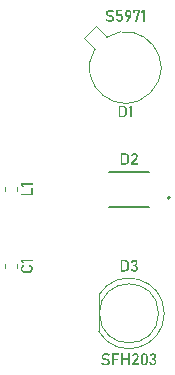
<source format=gbr>
%TF.GenerationSoftware,KiCad,Pcbnew,8.0.2*%
%TF.CreationDate,2025-01-11T01:25:53-03:00*%
%TF.ProjectId,PD,50442e6b-6963-4616-945f-706362585858,rev?*%
%TF.SameCoordinates,Original*%
%TF.FileFunction,Legend,Top*%
%TF.FilePolarity,Positive*%
%FSLAX46Y46*%
G04 Gerber Fmt 4.6, Leading zero omitted, Abs format (unit mm)*
G04 Created by KiCad (PCBNEW 8.0.2) date 2025-01-11 01:25:53*
%MOMM*%
%LPD*%
G01*
G04 APERTURE LIST*
%ADD10C,0.150000*%
%ADD11C,0.120000*%
%ADD12C,0.152400*%
G04 APERTURE END LIST*
D10*
G36*
X115210405Y-71399724D02*
G01*
X115210405Y-71267100D01*
X115435352Y-71267100D01*
X115487223Y-71263543D01*
X115538207Y-71251039D01*
X115585700Y-71226586D01*
X115605834Y-71210191D01*
X115637776Y-71169891D01*
X115657888Y-71120432D01*
X115665874Y-71068088D01*
X115666406Y-71048991D01*
X115666406Y-70756388D01*
X115662620Y-70707402D01*
X115649311Y-70659263D01*
X115623284Y-70614431D01*
X115605834Y-70595432D01*
X115563158Y-70565293D01*
X115516511Y-70547711D01*
X115462059Y-70539172D01*
X115435352Y-70538279D01*
X115210405Y-70538279D01*
X115210405Y-70405899D01*
X115431200Y-70405899D01*
X115485607Y-70408177D01*
X115536019Y-70415011D01*
X115591240Y-70429225D01*
X115640708Y-70449999D01*
X115684423Y-70477333D01*
X115710370Y-70499200D01*
X115743987Y-70536867D01*
X115770648Y-70579892D01*
X115790355Y-70628275D01*
X115803106Y-70682016D01*
X115808419Y-70730893D01*
X115809288Y-70762005D01*
X115809288Y-71043617D01*
X115806510Y-71097961D01*
X115798175Y-71148153D01*
X115782157Y-71199656D01*
X115764836Y-71236081D01*
X115736644Y-71277894D01*
X115702076Y-71313756D01*
X115661133Y-71343667D01*
X115635631Y-71357714D01*
X115585138Y-71378021D01*
X115535518Y-71390493D01*
X115481441Y-71397713D01*
X115430467Y-71399724D01*
X115210405Y-71399724D01*
G37*
G36*
X115116127Y-71399724D02*
G01*
X115116127Y-70405899D01*
X115255590Y-70405899D01*
X115255590Y-71399724D01*
X115116127Y-71399724D01*
G37*
G36*
X116253810Y-70405899D02*
G01*
X116253810Y-71399724D01*
X116114347Y-71399724D01*
X116114347Y-70557574D01*
X115972931Y-70644280D01*
X115972931Y-70500177D01*
X116114347Y-70405899D01*
X116253810Y-70405899D01*
G37*
G36*
X114366190Y-63309982D02*
G01*
X114317329Y-63308365D01*
X114266330Y-63302916D01*
X114229658Y-63296304D01*
X114179194Y-63282934D01*
X114131390Y-63265049D01*
X114110223Y-63255271D01*
X114066146Y-63230788D01*
X114024407Y-63201790D01*
X114005932Y-63186883D01*
X114092638Y-63080393D01*
X114133090Y-63111259D01*
X114176198Y-63136352D01*
X114217690Y-63154155D01*
X114266092Y-63168199D01*
X114317265Y-63176414D01*
X114366190Y-63178823D01*
X114417130Y-63176305D01*
X114467175Y-63167450D01*
X114513762Y-63150133D01*
X114533496Y-63138523D01*
X114569812Y-63103650D01*
X114590240Y-63055793D01*
X114593092Y-63025683D01*
X114593092Y-63024950D01*
X114585581Y-62974942D01*
X114563050Y-62938244D01*
X114523302Y-62909118D01*
X114484159Y-62893303D01*
X114436324Y-62880692D01*
X114387999Y-62870954D01*
X114377181Y-62869123D01*
X114327840Y-62860134D01*
X114278125Y-62849836D01*
X114263852Y-62846653D01*
X114215787Y-62832354D01*
X114168127Y-62810913D01*
X114159072Y-62805864D01*
X114118325Y-62774502D01*
X114087750Y-62735740D01*
X114082135Y-62726241D01*
X114063317Y-62678248D01*
X114054887Y-62628697D01*
X114053071Y-62587511D01*
X114053071Y-62586779D01*
X114056316Y-62536953D01*
X114068308Y-62484380D01*
X114089135Y-62437790D01*
X114118797Y-62397185D01*
X114145394Y-62371845D01*
X114189409Y-62342152D01*
X114240670Y-62319753D01*
X114290375Y-62306357D01*
X114345404Y-62298320D01*
X114395329Y-62295716D01*
X114405757Y-62295641D01*
X114455469Y-62298146D01*
X114504466Y-62305659D01*
X114552747Y-62318181D01*
X114562317Y-62321287D01*
X114609820Y-62339834D01*
X114656465Y-62363724D01*
X114702251Y-62392957D01*
X114711305Y-62399444D01*
X114632170Y-62510086D01*
X114589558Y-62481453D01*
X114543549Y-62457332D01*
X114518842Y-62447316D01*
X114469548Y-62433291D01*
X114419973Y-62427120D01*
X114405757Y-62426800D01*
X114352061Y-62430026D01*
X114300827Y-62441179D01*
X114254718Y-62462649D01*
X114247488Y-62467588D01*
X114213107Y-62502771D01*
X114193768Y-62551660D01*
X114191068Y-62582627D01*
X114191068Y-62583359D01*
X114199250Y-62632696D01*
X114223796Y-62668844D01*
X114267228Y-62697026D01*
X114309770Y-62712319D01*
X114357641Y-62724174D01*
X114408505Y-62735374D01*
X114423587Y-62738453D01*
X114471459Y-62748912D01*
X114519330Y-62761054D01*
X114533008Y-62764832D01*
X114582098Y-62782263D01*
X114626788Y-62805704D01*
X114632415Y-62809284D01*
X114670400Y-62841255D01*
X114700550Y-62882671D01*
X114703978Y-62888907D01*
X114721531Y-62935065D01*
X114729791Y-62986688D01*
X114731089Y-63020798D01*
X114731089Y-63022264D01*
X114727723Y-63071557D01*
X114715287Y-63123552D01*
X114693689Y-63169611D01*
X114662928Y-63209732D01*
X114635346Y-63234755D01*
X114589825Y-63264067D01*
X114544854Y-63283461D01*
X114494387Y-63297566D01*
X114438425Y-63306382D01*
X114387592Y-63309688D01*
X114366190Y-63309982D01*
G37*
G36*
X115186113Y-63309982D02*
G01*
X115131968Y-63305906D01*
X115082859Y-63293678D01*
X115033634Y-63270179D01*
X114999756Y-63244769D01*
X114966768Y-63208697D01*
X114940588Y-63165939D01*
X114921217Y-63116496D01*
X114909851Y-63067747D01*
X114908653Y-63060366D01*
X114908653Y-63059877D01*
X115048116Y-63059877D01*
X115048116Y-63060366D01*
X115062832Y-63109031D01*
X115091835Y-63145606D01*
X115136446Y-63169238D01*
X115186113Y-63175892D01*
X115235489Y-63168516D01*
X115280040Y-63141672D01*
X115289672Y-63131196D01*
X115314717Y-63085074D01*
X115325021Y-63034378D01*
X115326309Y-63005167D01*
X115326309Y-62921636D01*
X115321979Y-62870077D01*
X115305701Y-62820382D01*
X115289672Y-62795851D01*
X115248671Y-62763944D01*
X115198395Y-62751789D01*
X115186113Y-62751398D01*
X115137680Y-62761096D01*
X115116504Y-62771915D01*
X115077826Y-62803952D01*
X115057641Y-62829312D01*
X114930391Y-62829312D01*
X114930391Y-62305899D01*
X115436951Y-62305899D01*
X115436951Y-62438279D01*
X115069854Y-62438279D01*
X115069854Y-62662005D01*
X115112352Y-62635627D01*
X115127983Y-62629277D01*
X115177030Y-62618286D01*
X115193685Y-62617553D01*
X115247716Y-62621363D01*
X115296113Y-62632794D01*
X115344527Y-62655188D01*
X115385582Y-62687535D01*
X115394697Y-62697176D01*
X115425792Y-62741064D01*
X115445712Y-62786152D01*
X115458830Y-62837482D01*
X115464661Y-62886446D01*
X115465771Y-62921636D01*
X115465771Y-63005167D01*
X115463195Y-63057437D01*
X115453678Y-63112558D01*
X115437149Y-63161368D01*
X115409672Y-63209422D01*
X115392498Y-63230359D01*
X115352214Y-63265194D01*
X115304388Y-63290076D01*
X115256354Y-63303683D01*
X115202547Y-63309671D01*
X115186113Y-63309982D01*
G37*
G36*
X115982497Y-62299486D02*
G01*
X116031679Y-62311022D01*
X116080932Y-62333622D01*
X116122766Y-62366266D01*
X116132066Y-62375997D01*
X116163802Y-62420236D01*
X116184133Y-62465806D01*
X116197522Y-62517782D01*
X116203472Y-62567430D01*
X116204606Y-62603143D01*
X116204606Y-62603876D01*
X116201663Y-62654942D01*
X116193723Y-62705013D01*
X116186776Y-62735523D01*
X116172584Y-62783704D01*
X116154526Y-62831193D01*
X116134752Y-62873764D01*
X115922994Y-63299724D01*
X115772540Y-63299724D01*
X115995791Y-62859107D01*
X115987675Y-62867911D01*
X115969400Y-62877428D01*
X115921544Y-62889602D01*
X115888800Y-62891594D01*
X115837677Y-62886617D01*
X115786404Y-62869122D01*
X115741738Y-62839030D01*
X115715632Y-62811971D01*
X115686994Y-62768892D01*
X115666539Y-62719280D01*
X115655352Y-62670511D01*
X115650430Y-62616738D01*
X115650175Y-62600456D01*
X115650175Y-62599724D01*
X115650415Y-62594839D01*
X115789637Y-62594839D01*
X115789637Y-62595571D01*
X115793880Y-62646684D01*
X115809833Y-62696001D01*
X115825541Y-62720379D01*
X115865855Y-62752111D01*
X115915490Y-62764199D01*
X115927634Y-62764587D01*
X115976099Y-62757251D01*
X116019798Y-62730554D01*
X116029239Y-62720135D01*
X116053783Y-62674274D01*
X116063881Y-62623876D01*
X116065143Y-62594839D01*
X116065143Y-62594350D01*
X116060901Y-62544495D01*
X116044947Y-62496439D01*
X116029239Y-62472717D01*
X115989032Y-62441687D01*
X115939692Y-62429866D01*
X115927634Y-62429486D01*
X115878854Y-62436621D01*
X115834990Y-62462585D01*
X115825541Y-62472717D01*
X115800997Y-62517250D01*
X115790899Y-62566434D01*
X115789637Y-62594839D01*
X115650415Y-62594839D01*
X115652733Y-62547703D01*
X115662187Y-62492807D01*
X115678606Y-62444152D01*
X115705900Y-62396189D01*
X115722959Y-62375264D01*
X115763045Y-62340429D01*
X115810520Y-62315547D01*
X115858121Y-62301939D01*
X115911379Y-62295952D01*
X115927634Y-62295641D01*
X115982497Y-62299486D01*
G37*
G36*
X116902163Y-62305899D02*
G01*
X116902163Y-62430219D01*
X116644976Y-63299724D01*
X116496720Y-63299724D01*
X116753664Y-62438279D01*
X116500872Y-62438279D01*
X116500872Y-62581161D01*
X116361410Y-62581161D01*
X116361410Y-62305899D01*
X116902163Y-62305899D01*
G37*
G36*
X117333008Y-62305899D02*
G01*
X117333008Y-63299724D01*
X117193545Y-63299724D01*
X117193545Y-62457574D01*
X117052128Y-62544280D01*
X117052128Y-62400177D01*
X117193545Y-62305899D01*
X117333008Y-62305899D01*
G37*
G36*
X115386836Y-84455000D02*
G01*
X115386836Y-84322376D01*
X115611783Y-84322376D01*
X115663654Y-84318819D01*
X115714638Y-84306315D01*
X115762131Y-84281862D01*
X115782265Y-84265467D01*
X115814207Y-84225167D01*
X115834319Y-84175708D01*
X115842305Y-84123364D01*
X115842837Y-84104267D01*
X115842837Y-83811664D01*
X115839051Y-83762678D01*
X115825742Y-83714539D01*
X115799715Y-83669707D01*
X115782265Y-83650708D01*
X115739589Y-83620569D01*
X115692942Y-83602987D01*
X115638490Y-83594448D01*
X115611783Y-83593555D01*
X115386836Y-83593555D01*
X115386836Y-83461175D01*
X115607631Y-83461175D01*
X115662038Y-83463453D01*
X115712450Y-83470287D01*
X115767671Y-83484501D01*
X115817139Y-83505275D01*
X115860854Y-83532609D01*
X115886801Y-83554476D01*
X115920418Y-83592143D01*
X115947079Y-83635168D01*
X115966786Y-83683551D01*
X115979537Y-83737292D01*
X115984850Y-83786169D01*
X115985719Y-83817281D01*
X115985719Y-84098893D01*
X115982941Y-84153237D01*
X115974606Y-84203429D01*
X115958588Y-84254932D01*
X115941267Y-84291357D01*
X115913075Y-84333170D01*
X115878507Y-84369032D01*
X115837564Y-84398943D01*
X115812062Y-84412990D01*
X115761569Y-84433297D01*
X115711949Y-84445769D01*
X115657872Y-84452989D01*
X115606898Y-84455000D01*
X115386836Y-84455000D01*
G37*
G36*
X115292558Y-84455000D02*
G01*
X115292558Y-83461175D01*
X115432021Y-83461175D01*
X115432021Y-84455000D01*
X115292558Y-84455000D01*
G37*
G36*
X116440499Y-84465258D02*
G01*
X116390014Y-84462300D01*
X116339164Y-84452215D01*
X116293221Y-84434972D01*
X116249280Y-84408296D01*
X116212346Y-84374064D01*
X116191616Y-84347044D01*
X116166852Y-84300527D01*
X116150850Y-84251792D01*
X116142523Y-84207581D01*
X116284672Y-84207581D01*
X116299038Y-84257196D01*
X116330225Y-84297756D01*
X116335231Y-84301615D01*
X116382064Y-84323780D01*
X116432560Y-84331053D01*
X116440499Y-84331168D01*
X116491541Y-84325082D01*
X116537712Y-84302932D01*
X116547722Y-84294288D01*
X116575246Y-84253111D01*
X116585731Y-84202768D01*
X116586068Y-84190484D01*
X116586068Y-84160443D01*
X116580985Y-84109346D01*
X116562205Y-84061802D01*
X116549920Y-84045404D01*
X116509377Y-84016127D01*
X116459528Y-84004974D01*
X116447338Y-84004616D01*
X116376996Y-84004616D01*
X116376996Y-83871992D01*
X116447338Y-83871992D01*
X116496565Y-83864317D01*
X116537952Y-83837065D01*
X116562727Y-83791890D01*
X116569673Y-83742576D01*
X116569704Y-83738635D01*
X116569704Y-83707861D01*
X116562244Y-83658580D01*
X116535754Y-83617002D01*
X116491877Y-83591846D01*
X116439767Y-83584762D01*
X116391223Y-83592212D01*
X116350618Y-83614560D01*
X116319721Y-83652967D01*
X116302103Y-83700698D01*
X116300304Y-83708593D01*
X116158887Y-83708593D01*
X116170685Y-83657414D01*
X116190293Y-83605478D01*
X116216435Y-83560534D01*
X116249110Y-83522581D01*
X116253653Y-83518328D01*
X116292854Y-83488836D01*
X116336940Y-83467770D01*
X116385911Y-83455130D01*
X116439767Y-83450917D01*
X116493287Y-83454155D01*
X116541220Y-83463867D01*
X116589160Y-83482895D01*
X116629804Y-83510380D01*
X116638824Y-83518572D01*
X116672828Y-83560995D01*
X116693710Y-83606035D01*
X116705800Y-83657975D01*
X116709166Y-83709082D01*
X116709166Y-83725690D01*
X116704404Y-83774596D01*
X116688347Y-83822681D01*
X116668866Y-83855139D01*
X116633936Y-83892302D01*
X116589594Y-83921359D01*
X116554805Y-83936228D01*
X116602060Y-83951350D01*
X116645776Y-83978232D01*
X116680834Y-84015851D01*
X116706282Y-84062820D01*
X116720249Y-84112432D01*
X116725356Y-84162711D01*
X116725531Y-84174609D01*
X116725531Y-84191217D01*
X116721966Y-84245473D01*
X116711272Y-84294120D01*
X116690321Y-84342846D01*
X116660057Y-84384245D01*
X116651037Y-84393450D01*
X116609943Y-84424866D01*
X116561155Y-84447306D01*
X116512155Y-84459578D01*
X116457264Y-84464977D01*
X116440499Y-84465258D01*
G37*
G36*
X114006131Y-92385258D02*
G01*
X113957270Y-92383641D01*
X113906271Y-92378192D01*
X113869599Y-92371580D01*
X113819135Y-92358210D01*
X113771331Y-92340325D01*
X113750164Y-92330547D01*
X113706087Y-92306064D01*
X113664348Y-92277066D01*
X113645873Y-92262159D01*
X113732579Y-92155669D01*
X113773031Y-92186535D01*
X113816139Y-92211628D01*
X113857631Y-92229431D01*
X113906033Y-92243475D01*
X113957206Y-92251690D01*
X114006131Y-92254099D01*
X114057071Y-92251581D01*
X114107116Y-92242726D01*
X114153703Y-92225409D01*
X114173437Y-92213799D01*
X114209753Y-92178926D01*
X114230181Y-92131069D01*
X114233033Y-92100959D01*
X114233033Y-92100226D01*
X114225522Y-92050218D01*
X114202991Y-92013520D01*
X114163243Y-91984394D01*
X114124100Y-91968579D01*
X114076265Y-91955968D01*
X114027940Y-91946230D01*
X114017122Y-91944399D01*
X113967781Y-91935410D01*
X113918066Y-91925112D01*
X113903793Y-91921929D01*
X113855728Y-91907630D01*
X113808068Y-91886189D01*
X113799013Y-91881140D01*
X113758266Y-91849778D01*
X113727691Y-91811016D01*
X113722076Y-91801517D01*
X113703258Y-91753524D01*
X113694828Y-91703973D01*
X113693012Y-91662787D01*
X113693012Y-91662055D01*
X113696257Y-91612229D01*
X113708249Y-91559656D01*
X113729076Y-91513066D01*
X113758738Y-91472461D01*
X113785335Y-91447121D01*
X113829350Y-91417428D01*
X113880611Y-91395029D01*
X113930316Y-91381633D01*
X113985345Y-91373596D01*
X114035270Y-91370992D01*
X114045698Y-91370917D01*
X114095410Y-91373422D01*
X114144407Y-91380935D01*
X114192688Y-91393457D01*
X114202258Y-91396563D01*
X114249761Y-91415110D01*
X114296406Y-91439000D01*
X114342192Y-91468233D01*
X114351246Y-91474720D01*
X114272111Y-91585362D01*
X114229499Y-91556729D01*
X114183490Y-91532608D01*
X114158783Y-91522592D01*
X114109489Y-91508567D01*
X114059914Y-91502396D01*
X114045698Y-91502076D01*
X113992002Y-91505302D01*
X113940768Y-91516455D01*
X113894659Y-91537925D01*
X113887429Y-91542864D01*
X113853048Y-91578047D01*
X113833709Y-91626936D01*
X113831009Y-91657903D01*
X113831009Y-91658635D01*
X113839191Y-91707972D01*
X113863737Y-91744120D01*
X113907169Y-91772302D01*
X113949711Y-91787595D01*
X113997582Y-91799450D01*
X114048446Y-91810650D01*
X114063528Y-91813729D01*
X114111400Y-91824188D01*
X114159271Y-91836330D01*
X114172949Y-91840108D01*
X114222039Y-91857539D01*
X114266729Y-91880980D01*
X114272356Y-91884560D01*
X114310341Y-91916531D01*
X114340491Y-91957947D01*
X114343919Y-91964183D01*
X114361472Y-92010341D01*
X114369732Y-92061964D01*
X114371030Y-92096074D01*
X114371030Y-92097540D01*
X114367664Y-92146833D01*
X114355228Y-92198828D01*
X114333630Y-92244887D01*
X114302869Y-92285008D01*
X114275287Y-92310031D01*
X114229766Y-92339343D01*
X114184795Y-92358737D01*
X114134328Y-92372842D01*
X114078366Y-92381658D01*
X114027533Y-92384964D01*
X114006131Y-92385258D01*
G37*
G36*
X114555433Y-92375000D02*
G01*
X114555433Y-91381175D01*
X114694896Y-91381175D01*
X114694896Y-92375000D01*
X114555433Y-92375000D01*
G37*
G36*
X114623821Y-91956612D02*
G01*
X114623821Y-91823988D01*
X115105712Y-91823988D01*
X115105712Y-91956612D01*
X114623821Y-91956612D01*
G37*
G36*
X114623821Y-91513555D02*
G01*
X114623821Y-91381175D01*
X115180939Y-91381175D01*
X115180939Y-91513555D01*
X114623821Y-91513555D01*
G37*
G36*
X115916354Y-92375000D02*
G01*
X115916354Y-91381175D01*
X116055817Y-91381175D01*
X116055817Y-92375000D01*
X115916354Y-92375000D01*
G37*
G36*
X115351665Y-92375000D02*
G01*
X115351665Y-91381175D01*
X115491127Y-91381175D01*
X115491127Y-92375000D01*
X115351665Y-92375000D01*
G37*
G36*
X115438371Y-91951971D02*
G01*
X115438371Y-91819347D01*
X115990116Y-91819347D01*
X115990116Y-91951971D01*
X115438371Y-91951971D01*
G37*
G36*
X116265621Y-92375000D02*
G01*
X116265621Y-92254099D01*
X116612202Y-91791992D01*
X116640399Y-91749003D01*
X116659097Y-91709926D01*
X116673168Y-91661182D01*
X116675949Y-91629815D01*
X116675949Y-91628593D01*
X116668275Y-91578626D01*
X116641023Y-91536270D01*
X116598769Y-91511540D01*
X116549775Y-91503426D01*
X116541860Y-91503297D01*
X116493494Y-91510169D01*
X116448523Y-91534853D01*
X116443675Y-91539200D01*
X116414677Y-91579408D01*
X116399329Y-91628748D01*
X116397513Y-91640806D01*
X116397513Y-91641538D01*
X116253409Y-91641538D01*
X116253409Y-91640806D01*
X116264147Y-91587369D01*
X116280330Y-91539472D01*
X116305495Y-91491517D01*
X116337773Y-91450797D01*
X116346954Y-91441748D01*
X116387254Y-91410759D01*
X116432928Y-91388625D01*
X116483975Y-91375344D01*
X116533048Y-91370986D01*
X116540395Y-91370917D01*
X116596137Y-91374155D01*
X116646035Y-91383867D01*
X116695907Y-91402895D01*
X116738146Y-91430380D01*
X116747513Y-91438572D01*
X116779569Y-91475896D01*
X116802467Y-91520211D01*
X116816206Y-91571517D01*
X116820714Y-91622145D01*
X116820785Y-91629815D01*
X116820785Y-91630547D01*
X116815955Y-91681133D01*
X116802732Y-91730381D01*
X116798804Y-91741189D01*
X116778280Y-91787176D01*
X116752032Y-91831470D01*
X116737987Y-91851343D01*
X116450269Y-92242376D01*
X116826159Y-92242376D01*
X116826159Y-92375000D01*
X116265621Y-92375000D01*
G37*
G36*
X117337690Y-91371355D02*
G01*
X117390305Y-91381094D01*
X117436258Y-91398009D01*
X117480619Y-91426127D01*
X117499536Y-91443702D01*
X117530845Y-91484689D01*
X117553209Y-91532911D01*
X117565439Y-91581042D01*
X117570820Y-91634712D01*
X117571099Y-91651064D01*
X117571099Y-92102913D01*
X117567675Y-92157904D01*
X117557402Y-92207472D01*
X117537275Y-92257481D01*
X117508202Y-92300406D01*
X117499536Y-92310031D01*
X117459526Y-92342943D01*
X117410815Y-92366451D01*
X117361055Y-92379307D01*
X117304633Y-92384964D01*
X117287289Y-92385258D01*
X117236491Y-92382579D01*
X117183563Y-92372681D01*
X117137462Y-92355491D01*
X117093132Y-92326914D01*
X117074310Y-92309054D01*
X117043428Y-92267594D01*
X117021370Y-92219417D01*
X117009307Y-92171752D01*
X117003999Y-92118945D01*
X117003723Y-92102913D01*
X117003723Y-91651064D01*
X117143186Y-91651064D01*
X117143186Y-92102913D01*
X117148749Y-92154751D01*
X117168992Y-92202343D01*
X117176892Y-92212822D01*
X117218057Y-92241398D01*
X117268841Y-92252012D01*
X117287289Y-92252634D01*
X117338763Y-92247035D01*
X117383536Y-92226352D01*
X117397687Y-92212822D01*
X117422055Y-92168723D01*
X117431106Y-92119911D01*
X117431637Y-92102913D01*
X117431637Y-91651064D01*
X117426034Y-91598990D01*
X117405644Y-91551527D01*
X117397687Y-91541154D01*
X117356643Y-91512579D01*
X117305791Y-91501965D01*
X117287289Y-91501343D01*
X117235930Y-91506941D01*
X117191117Y-91527625D01*
X117176892Y-91541154D01*
X117152699Y-91585011D01*
X117143713Y-91633959D01*
X117143186Y-91651064D01*
X117003723Y-91651064D01*
X117007159Y-91596073D01*
X117017468Y-91546505D01*
X117037664Y-91496496D01*
X117066835Y-91453570D01*
X117075531Y-91443946D01*
X117115693Y-91411034D01*
X117164374Y-91387526D01*
X117213957Y-91374670D01*
X117270062Y-91369013D01*
X117287289Y-91368719D01*
X117337690Y-91371355D01*
G37*
G36*
X118025635Y-92385258D02*
G01*
X117975151Y-92382300D01*
X117924301Y-92372215D01*
X117878357Y-92354972D01*
X117834416Y-92328296D01*
X117797482Y-92294064D01*
X117776752Y-92267044D01*
X117751988Y-92220527D01*
X117735986Y-92171792D01*
X117727659Y-92127581D01*
X117869808Y-92127581D01*
X117884174Y-92177196D01*
X117915361Y-92217756D01*
X117920367Y-92221615D01*
X117967200Y-92243780D01*
X118017697Y-92251053D01*
X118025635Y-92251168D01*
X118076677Y-92245082D01*
X118122848Y-92222932D01*
X118132858Y-92214288D01*
X118160382Y-92173111D01*
X118170867Y-92122768D01*
X118171204Y-92110484D01*
X118171204Y-92080443D01*
X118166121Y-92029346D01*
X118147341Y-91981802D01*
X118135056Y-91965404D01*
X118094513Y-91936127D01*
X118044664Y-91924974D01*
X118032474Y-91924616D01*
X117962132Y-91924616D01*
X117962132Y-91791992D01*
X118032474Y-91791992D01*
X118081701Y-91784317D01*
X118123088Y-91757065D01*
X118147863Y-91711890D01*
X118154809Y-91662576D01*
X118154840Y-91658635D01*
X118154840Y-91627861D01*
X118147380Y-91578580D01*
X118120890Y-91537002D01*
X118077013Y-91511846D01*
X118024903Y-91504762D01*
X117976359Y-91512212D01*
X117935754Y-91534560D01*
X117904857Y-91572967D01*
X117887239Y-91620698D01*
X117885440Y-91628593D01*
X117744023Y-91628593D01*
X117755821Y-91577414D01*
X117775429Y-91525478D01*
X117801571Y-91480534D01*
X117834246Y-91442581D01*
X117838790Y-91438328D01*
X117877991Y-91408836D01*
X117922076Y-91387770D01*
X117971047Y-91375130D01*
X118024903Y-91370917D01*
X118078423Y-91374155D01*
X118126356Y-91383867D01*
X118174296Y-91402895D01*
X118214940Y-91430380D01*
X118223961Y-91438572D01*
X118257964Y-91480995D01*
X118278847Y-91526035D01*
X118290937Y-91577975D01*
X118294303Y-91629082D01*
X118294303Y-91645690D01*
X118289541Y-91694596D01*
X118273483Y-91742681D01*
X118254002Y-91775139D01*
X118219072Y-91812302D01*
X118174730Y-91841359D01*
X118139941Y-91856228D01*
X118187196Y-91871350D01*
X118230912Y-91898232D01*
X118265970Y-91935851D01*
X118291418Y-91982820D01*
X118305385Y-92032432D01*
X118310492Y-92082711D01*
X118310667Y-92094609D01*
X118310667Y-92111217D01*
X118307102Y-92165473D01*
X118296408Y-92214120D01*
X118275457Y-92262846D01*
X118245194Y-92304245D01*
X118236173Y-92313450D01*
X118195079Y-92344866D01*
X118146291Y-92367306D01*
X118097291Y-92379578D01*
X118042400Y-92384977D01*
X118025635Y-92385258D01*
G37*
G36*
X107845000Y-78010466D02*
G01*
X106851175Y-78010466D01*
X106851175Y-77871003D01*
X107845000Y-77871003D01*
X107845000Y-78010466D01*
G37*
G36*
X107845000Y-77940857D02*
G01*
X107712376Y-77940857D01*
X107712376Y-77372015D01*
X107845000Y-77372015D01*
X107845000Y-77940857D01*
G37*
G36*
X106851175Y-76989043D02*
G01*
X107845000Y-76989043D01*
X107845000Y-77128505D01*
X107002850Y-77128505D01*
X107089556Y-77269922D01*
X106945453Y-77269922D01*
X106851175Y-77128505D01*
X106851175Y-76989043D01*
G37*
G36*
X115396721Y-75415000D02*
G01*
X115396721Y-75282376D01*
X115621668Y-75282376D01*
X115673539Y-75278819D01*
X115724523Y-75266315D01*
X115772016Y-75241862D01*
X115792150Y-75225467D01*
X115824092Y-75185167D01*
X115844204Y-75135708D01*
X115852190Y-75083364D01*
X115852722Y-75064267D01*
X115852722Y-74771664D01*
X115848936Y-74722678D01*
X115835627Y-74674539D01*
X115809600Y-74629707D01*
X115792150Y-74610708D01*
X115749474Y-74580569D01*
X115702827Y-74562987D01*
X115648375Y-74554448D01*
X115621668Y-74553555D01*
X115396721Y-74553555D01*
X115396721Y-74421175D01*
X115617516Y-74421175D01*
X115671923Y-74423453D01*
X115722335Y-74430287D01*
X115777556Y-74444501D01*
X115827024Y-74465275D01*
X115870739Y-74492609D01*
X115896686Y-74514476D01*
X115930303Y-74552143D01*
X115956964Y-74595168D01*
X115976671Y-74643551D01*
X115989422Y-74697292D01*
X115994735Y-74746169D01*
X115995604Y-74777281D01*
X115995604Y-75058893D01*
X115992826Y-75113237D01*
X115984491Y-75163429D01*
X115968473Y-75214932D01*
X115951152Y-75251357D01*
X115922960Y-75293170D01*
X115888392Y-75329032D01*
X115847449Y-75358943D01*
X115821947Y-75372990D01*
X115771454Y-75393297D01*
X115721834Y-75405769D01*
X115667757Y-75412989D01*
X115616783Y-75415000D01*
X115396721Y-75415000D01*
G37*
G36*
X115302443Y-75415000D02*
G01*
X115302443Y-74421175D01*
X115441906Y-74421175D01*
X115441906Y-75415000D01*
X115302443Y-75415000D01*
G37*
G36*
X116185137Y-75415000D02*
G01*
X116185137Y-75294099D01*
X116531717Y-74831992D01*
X116559914Y-74789003D01*
X116578612Y-74749926D01*
X116592683Y-74701182D01*
X116595465Y-74669815D01*
X116595465Y-74668593D01*
X116587790Y-74618626D01*
X116560538Y-74576270D01*
X116518284Y-74551540D01*
X116469290Y-74543426D01*
X116461375Y-74543297D01*
X116413009Y-74550169D01*
X116368038Y-74574853D01*
X116363190Y-74579200D01*
X116334192Y-74619408D01*
X116318844Y-74668748D01*
X116317028Y-74680806D01*
X116317028Y-74681538D01*
X116172924Y-74681538D01*
X116172924Y-74680806D01*
X116183662Y-74627369D01*
X116199845Y-74579472D01*
X116225010Y-74531517D01*
X116257288Y-74490797D01*
X116266469Y-74481748D01*
X116306769Y-74450759D01*
X116352443Y-74428625D01*
X116403490Y-74415344D01*
X116452563Y-74410986D01*
X116459910Y-74410917D01*
X116515652Y-74414155D01*
X116565551Y-74423867D01*
X116615422Y-74442895D01*
X116657661Y-74470380D01*
X116667028Y-74478572D01*
X116699085Y-74515896D01*
X116721982Y-74560211D01*
X116735721Y-74611517D01*
X116740229Y-74662145D01*
X116740301Y-74669815D01*
X116740301Y-74670547D01*
X116735471Y-74721133D01*
X116722247Y-74770381D01*
X116718319Y-74781189D01*
X116697795Y-74827176D01*
X116671547Y-74871470D01*
X116657502Y-74891343D01*
X116369784Y-75282376D01*
X116745674Y-75282376D01*
X116745674Y-75415000D01*
X116185137Y-75415000D01*
G37*
G36*
X107855258Y-84216887D02*
G01*
X107852373Y-84267185D01*
X107842230Y-84319940D01*
X107824784Y-84368637D01*
X107809096Y-84398848D01*
X107780193Y-84439911D01*
X107745417Y-84475449D01*
X107704768Y-84505462D01*
X107679647Y-84519748D01*
X107630458Y-84540527D01*
X107583037Y-84553289D01*
X107532135Y-84560678D01*
X107484741Y-84562735D01*
X107211922Y-84562735D01*
X107157670Y-84560048D01*
X107107020Y-84551988D01*
X107059972Y-84538554D01*
X107016528Y-84519748D01*
X106972517Y-84492805D01*
X106934456Y-84460337D01*
X106902347Y-84422343D01*
X106887079Y-84398848D01*
X106864764Y-84352855D01*
X106849753Y-84302806D01*
X106842044Y-84248699D01*
X106840917Y-84216887D01*
X106844519Y-84164456D01*
X106855324Y-84114934D01*
X106873332Y-84068323D01*
X106877798Y-84059350D01*
X106903734Y-84016913D01*
X106935443Y-83979055D01*
X106972924Y-83945777D01*
X106981113Y-83939671D01*
X107024699Y-83912628D01*
X107072723Y-83891643D01*
X107119737Y-83877936D01*
X107136207Y-83874458D01*
X107136207Y-84017340D01*
X107088721Y-84036057D01*
X107052431Y-84060815D01*
X107017140Y-84098288D01*
X106996744Y-84132134D01*
X106980550Y-84179146D01*
X106976716Y-84216887D01*
X106981836Y-84265567D01*
X106999534Y-84312994D01*
X107029874Y-84353408D01*
X107041441Y-84364165D01*
X107085795Y-84393531D01*
X107132649Y-84410662D01*
X107186070Y-84418982D01*
X107211922Y-84419852D01*
X107484741Y-84419852D01*
X107535132Y-84416372D01*
X107585580Y-84404136D01*
X107633885Y-84380208D01*
X107654979Y-84364165D01*
X107688853Y-84325854D01*
X107710181Y-84280531D01*
X107718964Y-84228195D01*
X107719214Y-84216887D01*
X107712442Y-84165349D01*
X107694170Y-84119994D01*
X107678182Y-84094521D01*
X107642324Y-84056763D01*
X107600523Y-84031444D01*
X107559968Y-84017340D01*
X107559968Y-83874458D01*
X107608199Y-83886568D01*
X107657620Y-83905868D01*
X107702653Y-83931323D01*
X107715307Y-83940159D01*
X107753813Y-83972603D01*
X107786595Y-84009482D01*
X107813652Y-84050799D01*
X107818377Y-84059594D01*
X107837826Y-84105495D01*
X107850071Y-84154353D01*
X107855114Y-84206169D01*
X107855258Y-84216887D01*
G37*
G36*
X106851175Y-83457291D02*
G01*
X107845000Y-83457291D01*
X107845000Y-83596754D01*
X107002850Y-83596754D01*
X107089556Y-83738171D01*
X106945453Y-83738171D01*
X106851175Y-83596754D01*
X106851175Y-83457291D01*
G37*
D11*
%TO.C,D1*%
X112200276Y-64690225D02*
X113112443Y-65602393D01*
X113190225Y-63700276D02*
X112200276Y-64690225D01*
X114102393Y-64612443D02*
X113190225Y-63700276D01*
X114102393Y-64612443D02*
G75*
G02*
X113112574Y-65602180I1582331J-2572281D01*
G01*
%TO.C,D3*%
X113435000Y-86455000D02*
X113435000Y-89545000D01*
X113435000Y-86455170D02*
G75*
G02*
X118985000Y-88000462I2560000J-1544830D01*
G01*
X118985000Y-87999538D02*
G75*
G02*
X113435000Y-89544830I-2990000J-462D01*
G01*
X118495000Y-88000000D02*
G75*
G02*
X113495000Y-88000000I-2500000J0D01*
G01*
X113495000Y-88000000D02*
G75*
G02*
X118495000Y-88000000I2500000J0D01*
G01*
%TO.C,L1*%
X105490000Y-77328733D02*
X105490000Y-77671267D01*
X106510000Y-77328733D02*
X106510000Y-77671267D01*
D12*
%TO.C,D2*%
X114272800Y-78973200D02*
X117727200Y-78973200D01*
X117727200Y-76026800D02*
X114272800Y-76026800D01*
X119454400Y-78198500D02*
G75*
G02*
X119251200Y-78198500I-101600J0D01*
G01*
X119251200Y-78198500D02*
G75*
G02*
X119454400Y-78198500I101600J0D01*
G01*
D11*
%TO.C,C1*%
X105490000Y-83853733D02*
X105490000Y-84146267D01*
X106510000Y-83853733D02*
X106510000Y-84146267D01*
%TD*%
M02*

</source>
